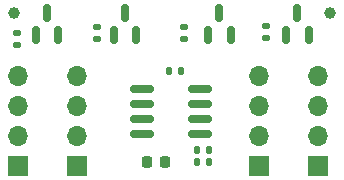
<source format=gbr>
%TF.GenerationSoftware,KiCad,Pcbnew,8.0.5-8.0.5-0~ubuntu22.04.1*%
%TF.CreationDate,2024-09-29T19:15:56+02:00*%
%TF.ProjectId,4Bit_I2C_Port_Expander_Module_FUEL4EP,34426974-5f49-4324-935f-506f72745f45,V1.2*%
%TF.SameCoordinates,Original*%
%TF.FileFunction,Soldermask,Top*%
%TF.FilePolarity,Negative*%
%FSLAX46Y46*%
G04 Gerber Fmt 4.6, Leading zero omitted, Abs format (unit mm)*
G04 Created by KiCad (PCBNEW 8.0.5-8.0.5-0~ubuntu22.04.1) date 2024-09-29 19:15:56*
%MOMM*%
%LPD*%
G01*
G04 APERTURE LIST*
G04 Aperture macros list*
%AMRoundRect*
0 Rectangle with rounded corners*
0 $1 Rounding radius*
0 $2 $3 $4 $5 $6 $7 $8 $9 X,Y pos of 4 corners*
0 Add a 4 corners polygon primitive as box body*
4,1,4,$2,$3,$4,$5,$6,$7,$8,$9,$2,$3,0*
0 Add four circle primitives for the rounded corners*
1,1,$1+$1,$2,$3*
1,1,$1+$1,$4,$5*
1,1,$1+$1,$6,$7*
1,1,$1+$1,$8,$9*
0 Add four rect primitives between the rounded corners*
20,1,$1+$1,$2,$3,$4,$5,0*
20,1,$1+$1,$4,$5,$6,$7,0*
20,1,$1+$1,$6,$7,$8,$9,0*
20,1,$1+$1,$8,$9,$2,$3,0*%
G04 Aperture macros list end*
%ADD10RoundRect,0.150000X0.150000X-0.587500X0.150000X0.587500X-0.150000X0.587500X-0.150000X-0.587500X0*%
%ADD11C,1.000000*%
%ADD12RoundRect,0.140000X0.140000X0.170000X-0.140000X0.170000X-0.140000X-0.170000X0.140000X-0.170000X0*%
%ADD13RoundRect,0.225000X0.225000X0.250000X-0.225000X0.250000X-0.225000X-0.250000X0.225000X-0.250000X0*%
%ADD14RoundRect,0.135000X-0.135000X-0.185000X0.135000X-0.185000X0.135000X0.185000X-0.135000X0.185000X0*%
%ADD15RoundRect,0.150000X-0.825000X-0.150000X0.825000X-0.150000X0.825000X0.150000X-0.825000X0.150000X0*%
%ADD16RoundRect,0.135000X0.185000X-0.135000X0.185000X0.135000X-0.185000X0.135000X-0.185000X-0.135000X0*%
%ADD17R,1.700000X1.700000*%
%ADD18O,1.700000X1.700000*%
G04 APERTURE END LIST*
D10*
%TO.C,Q1*%
X4020400Y13032500D03*
X5920400Y13032500D03*
X4970400Y14907500D03*
%TD*%
%TO.C,Q3*%
X18608000Y13032500D03*
X20508000Y13032500D03*
X19558000Y14907500D03*
%TD*%
D11*
%TO.C,J5*%
X2184400Y14935200D03*
%TD*%
%TO.C,J6*%
X28905200Y14935200D03*
%TD*%
D12*
%TO.C,C2*%
X16280000Y10000000D03*
X15320000Y10000000D03*
%TD*%
D13*
%TO.C,C1*%
X14999000Y2300000D03*
X13449000Y2300000D03*
%TD*%
D14*
%TO.C,R1*%
X17697269Y3337000D03*
X18717269Y3337000D03*
%TD*%
%TO.C,R2*%
X17690000Y2286000D03*
X18710000Y2286000D03*
%TD*%
D15*
%TO.C,U1*%
X12995000Y8505000D03*
X12995000Y7235000D03*
X12995000Y5965000D03*
X12995000Y4695000D03*
X17945000Y4695000D03*
X17945000Y5965000D03*
X17945000Y7235000D03*
X17945000Y8505000D03*
%TD*%
D16*
%TO.C,R3*%
X2413000Y12192000D03*
X2413000Y13212000D03*
%TD*%
D10*
%TO.C,Q2*%
X10607000Y13032500D03*
X12507000Y13032500D03*
X11557000Y14907500D03*
%TD*%
D16*
%TO.C,R5*%
X9200000Y12690000D03*
X9200000Y13710000D03*
%TD*%
D17*
%TO.C,J3*%
X7500000Y2000000D03*
D18*
X7500000Y4540000D03*
X7500000Y7080000D03*
X7500000Y9620000D03*
%TD*%
D17*
%TO.C,J1*%
X2540000Y2000000D03*
D18*
X2540000Y4540000D03*
X2540000Y7080000D03*
X2540000Y9620000D03*
%TD*%
D17*
%TO.C,J2*%
X27900000Y2000000D03*
D18*
X27900000Y4540000D03*
X27900000Y7080000D03*
X27900000Y9620000D03*
%TD*%
D17*
%TO.C,J4*%
X22900000Y2000000D03*
D18*
X22900000Y4540000D03*
X22900000Y7080000D03*
X22900000Y9620000D03*
%TD*%
D16*
%TO.C,R9*%
X23495000Y12825000D03*
X23495000Y13845000D03*
%TD*%
D10*
%TO.C,Q4*%
X25212000Y13032500D03*
X27112000Y13032500D03*
X26162000Y14907500D03*
%TD*%
D16*
%TO.C,R7*%
X16600000Y12690000D03*
X16600000Y13710000D03*
%TD*%
M02*

</source>
